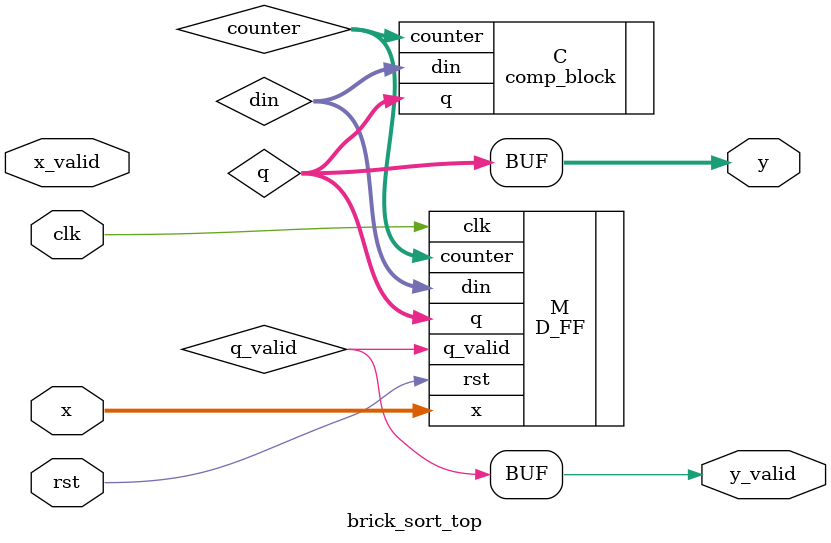
<source format=v>


module brick_sort_top #
(
    parameter LOG_INPUT_NUM = 4, // Eg: If LOG_INPUT_NUM=4, then input number is 2**4=16 
    parameter DATA_WIDTH = 32,
    parameter SIGNED = 0,
    parameter ASCENDING = 1

)
(
    input clk,
    input rst,
    input x_valid,
    input [DATA_WIDTH*(2**LOG_INPUT_NUM)-1 : 0] x,
    output [DATA_WIDTH*(2**LOG_INPUT_NUM)-1 : 0] y,
    output y_valid
);

wire [2**(LOG_INPUT_NUM)*DATA_WIDTH-1:0] din;
wire [2**(LOG_INPUT_NUM)*DATA_WIDTH-1:0] q;
wire q_valid;
wire [31:0] counter;
D_FF #
(
    .LOG_INPUT_NUM(LOG_INPUT_NUM),
    .DATA_WIDTH(DATA_WIDTH),
    .SIGNED(SIGNED),
    .ASCENDING(ASCENDING)
)
M
(
    .clk(clk),
    .rst(rst),
    .x(x),
    .din(din),
    .q(q),
    .q_valid(q_valid),
    .counter(counter)
);
comp_block #
(
    .LOG_INPUT_NUM(LOG_INPUT_NUM),
    .DATA_WIDTH(DATA_WIDTH),
    .ASCENDING(ASCENDING),
    .SIGNED(SIGNED)
)
C
(
    
    .q(q),
    .counter(counter),
    .din(din)
);
assign y=q;
assign y_valid=q_valid;
endmodule
</source>
